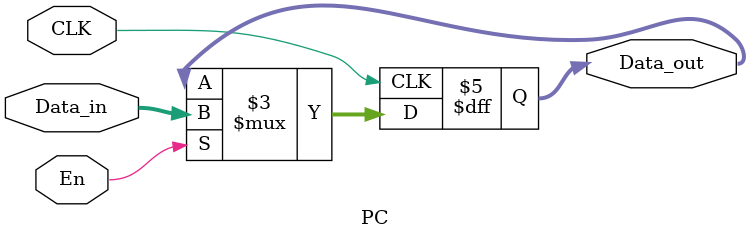
<source format=v>
`timescale 1ns / 1ps


module PC (
    input wire CLK,          
    input wire En,           
    input wire [7:0] Data_in,
    output reg [7:0] Data_out
);

    always @(posedge CLK) begin
        if (En) begin
            Data_out <= Data_in;
        end else begin
            Data_out <= Data_out;
        end
    end

endmodule
</source>
